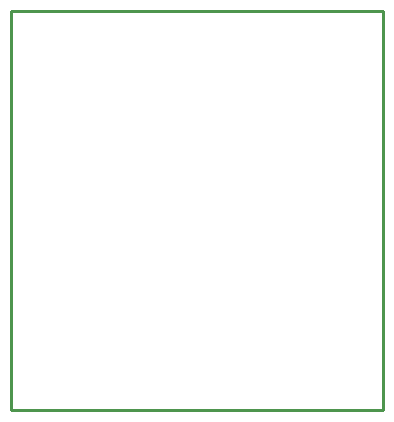
<source format=gbo>
G04*
G04 #@! TF.GenerationSoftware,Altium Limited,Altium Designer,21.9.2 (33)*
G04*
G04 Layer_Color=32896*
%FSLAX25Y25*%
%MOIN*%
G70*
G04*
G04 #@! TF.SameCoordinates,F625CF21-14F9-4619-B10E-FD0BC141F2AC*
G04*
G04*
G04 #@! TF.FilePolarity,Positive*
G04*
G01*
G75*
%ADD11C,0.01000*%
D11*
X-44655Y-121595D02*
X79345D01*
X-44655Y11406D02*
X79345D01*
X-44655Y-121595D02*
Y11406D01*
X79345Y-121595D02*
Y11406D01*
M02*

</source>
